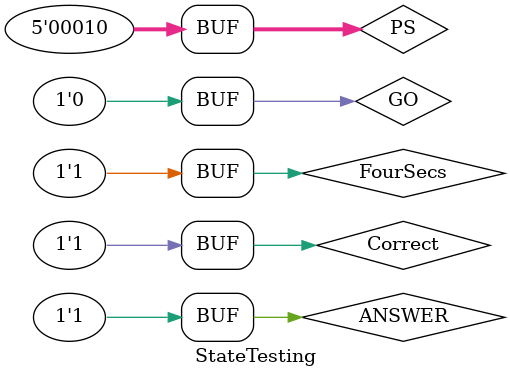
<source format=v>
`timescale 1ns / 1ps


module StateTesting;

	// Inputs
	reg GO;
	reg ANSWER;
	reg FourSecs;
	reg Correct;
	reg [4:0] PS;

	// Outputs
	wire RightInc;
	wire WrongInc;
	wire ResetTime;
	wire RunLFSR;
	wire ShowNums;
	wire FlashRight;
	wire FlashWrong;
	wire ShowStats;
	wire [4:0] NS;

	// Instantiate the Unit Under Test (UUT)
	statemachine uut (
		.GO(GO), 
		.ANSWER(ANSWER), 
		.FourSecs(FourSecs), 
		.Correct(Correct), 
		.RightInc(RightInc), 
		.WrongInc(WrongInc), 
		.ResetTime(ResetTime), 
		.RunLFSR(RunLFSR), 
		.ShowNums(ShowNums), 
		.FlashRight(FlashRight), 
		.FlashWrong(FlashWrong), 
		.ShowStats(ShowStats), 
		.PS(PS), 
		.NS(NS)
	);

	initial begin
		// Initialize Inputs
		GO = 0;
		ANSWER = 0;
		FourSecs = 0;
		Correct = 0;
		PS[0] = 1;
		PS[1] = 0;
		PS[2] = 0;
		PS[3] = 0;
		PS[4] = 0;

		// Wait 100 ns for global reset to finish
		#100;
		
		#100;
		
		#100;
		
		#100;
		
		#100;
		GO = 1'b1;
		PS[0] = 1;
		
		#100; 
		GO = 1'b0;
		
		#100;
		Correct = 1'b1;
		ANSWER = 1'b1;
		PS[0] = 0;
		PS[1] = 1;
		
		#100;
		
		#100;
		
		FourSecs = 1;
        
		// Add stimulus here

	end
      
endmodule


</source>
